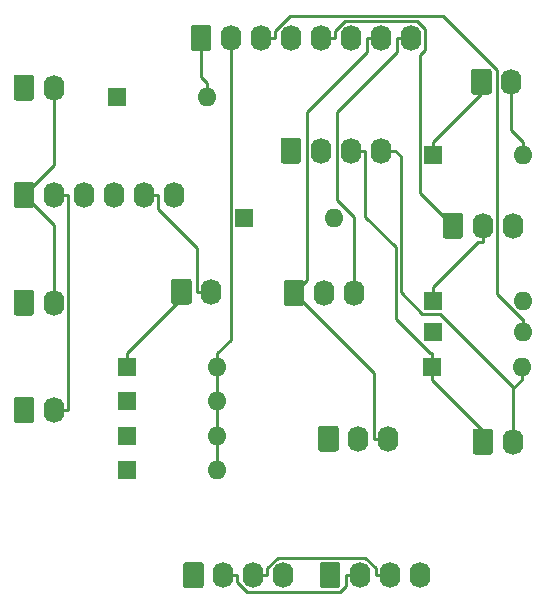
<source format=gbr>
G04 #@! TF.GenerationSoftware,KiCad,Pcbnew,(5.1.5-0-10_14)*
G04 #@! TF.CreationDate,2021-03-15T05:54:54+10:00*
G04 #@! TF.ProjectId,OH - Left Console - 32 - Selective Jettison,4f48202d-204c-4656-9674-20436f6e736f,rev?*
G04 #@! TF.SameCoordinates,Original*
G04 #@! TF.FileFunction,Copper,L1,Top*
G04 #@! TF.FilePolarity,Positive*
%FSLAX46Y46*%
G04 Gerber Fmt 4.6, Leading zero omitted, Abs format (unit mm)*
G04 Created by KiCad (PCBNEW (5.1.5-0-10_14)) date 2021-03-15 05:54:54*
%MOMM*%
%LPD*%
G04 APERTURE LIST*
%ADD10O,1.740000X2.200000*%
%ADD11C,0.100000*%
%ADD12O,1.600000X1.600000*%
%ADD13R,1.600000X1.600000*%
%ADD14C,0.250000*%
G04 APERTURE END LIST*
D10*
X84328000Y-84412700D03*
X81788000Y-84412700D03*
X79248000Y-84412700D03*
X76708000Y-84412700D03*
X74168000Y-84412700D03*
G04 #@! TA.AperFunction,ComponentPad*
D11*
G36*
X72272505Y-83313904D02*
G01*
X72296773Y-83317504D01*
X72320572Y-83323465D01*
X72343671Y-83331730D01*
X72365850Y-83342220D01*
X72386893Y-83354832D01*
X72406599Y-83369447D01*
X72424777Y-83385923D01*
X72441253Y-83404101D01*
X72455868Y-83423807D01*
X72468480Y-83444850D01*
X72478970Y-83467029D01*
X72487235Y-83490128D01*
X72493196Y-83513927D01*
X72496796Y-83538195D01*
X72498000Y-83562699D01*
X72498000Y-85262701D01*
X72496796Y-85287205D01*
X72493196Y-85311473D01*
X72487235Y-85335272D01*
X72478970Y-85358371D01*
X72468480Y-85380550D01*
X72455868Y-85401593D01*
X72441253Y-85421299D01*
X72424777Y-85439477D01*
X72406599Y-85455953D01*
X72386893Y-85470568D01*
X72365850Y-85483180D01*
X72343671Y-85493670D01*
X72320572Y-85501935D01*
X72296773Y-85507896D01*
X72272505Y-85511496D01*
X72248001Y-85512700D01*
X71007999Y-85512700D01*
X70983495Y-85511496D01*
X70959227Y-85507896D01*
X70935428Y-85501935D01*
X70912329Y-85493670D01*
X70890150Y-85483180D01*
X70869107Y-85470568D01*
X70849401Y-85455953D01*
X70831223Y-85439477D01*
X70814747Y-85421299D01*
X70800132Y-85401593D01*
X70787520Y-85380550D01*
X70777030Y-85358371D01*
X70768765Y-85335272D01*
X70762804Y-85311473D01*
X70759204Y-85287205D01*
X70758000Y-85262701D01*
X70758000Y-83562699D01*
X70759204Y-83538195D01*
X70762804Y-83513927D01*
X70768765Y-83490128D01*
X70777030Y-83467029D01*
X70787520Y-83444850D01*
X70800132Y-83423807D01*
X70814747Y-83404101D01*
X70831223Y-83385923D01*
X70849401Y-83369447D01*
X70869107Y-83354832D01*
X70890150Y-83342220D01*
X70912329Y-83331730D01*
X70935428Y-83323465D01*
X70959227Y-83317504D01*
X70983495Y-83313904D01*
X71007999Y-83312700D01*
X72248001Y-83312700D01*
X72272505Y-83313904D01*
G37*
G04 #@! TD.AperFunction*
D10*
X102489000Y-105029000D03*
X99949000Y-105029000D03*
G04 #@! TA.AperFunction,ComponentPad*
D11*
G36*
X98053505Y-103930204D02*
G01*
X98077773Y-103933804D01*
X98101572Y-103939765D01*
X98124671Y-103948030D01*
X98146850Y-103958520D01*
X98167893Y-103971132D01*
X98187599Y-103985747D01*
X98205777Y-104002223D01*
X98222253Y-104020401D01*
X98236868Y-104040107D01*
X98249480Y-104061150D01*
X98259970Y-104083329D01*
X98268235Y-104106428D01*
X98274196Y-104130227D01*
X98277796Y-104154495D01*
X98279000Y-104178999D01*
X98279000Y-105879001D01*
X98277796Y-105903505D01*
X98274196Y-105927773D01*
X98268235Y-105951572D01*
X98259970Y-105974671D01*
X98249480Y-105996850D01*
X98236868Y-106017893D01*
X98222253Y-106037599D01*
X98205777Y-106055777D01*
X98187599Y-106072253D01*
X98167893Y-106086868D01*
X98146850Y-106099480D01*
X98124671Y-106109970D01*
X98101572Y-106118235D01*
X98077773Y-106124196D01*
X98053505Y-106127796D01*
X98029001Y-106129000D01*
X96788999Y-106129000D01*
X96764495Y-106127796D01*
X96740227Y-106124196D01*
X96716428Y-106118235D01*
X96693329Y-106109970D01*
X96671150Y-106099480D01*
X96650107Y-106086868D01*
X96630401Y-106072253D01*
X96612223Y-106055777D01*
X96595747Y-106037599D01*
X96581132Y-106017893D01*
X96568520Y-105996850D01*
X96558030Y-105974671D01*
X96549765Y-105951572D01*
X96543804Y-105927773D01*
X96540204Y-105903505D01*
X96539000Y-105879001D01*
X96539000Y-104178999D01*
X96540204Y-104154495D01*
X96543804Y-104130227D01*
X96549765Y-104106428D01*
X96558030Y-104083329D01*
X96568520Y-104061150D01*
X96581132Y-104040107D01*
X96595747Y-104020401D01*
X96612223Y-104002223D01*
X96630401Y-103985747D01*
X96650107Y-103971132D01*
X96671150Y-103958520D01*
X96693329Y-103948030D01*
X96716428Y-103939765D01*
X96740227Y-103933804D01*
X96764495Y-103930204D01*
X96788999Y-103929000D01*
X98029001Y-103929000D01*
X98053505Y-103930204D01*
G37*
G04 #@! TD.AperFunction*
D10*
X74168000Y-102616000D03*
G04 #@! TA.AperFunction,ComponentPad*
D11*
G36*
X72272505Y-101517204D02*
G01*
X72296773Y-101520804D01*
X72320572Y-101526765D01*
X72343671Y-101535030D01*
X72365850Y-101545520D01*
X72386893Y-101558132D01*
X72406599Y-101572747D01*
X72424777Y-101589223D01*
X72441253Y-101607401D01*
X72455868Y-101627107D01*
X72468480Y-101648150D01*
X72478970Y-101670329D01*
X72487235Y-101693428D01*
X72493196Y-101717227D01*
X72496796Y-101741495D01*
X72498000Y-101765999D01*
X72498000Y-103466001D01*
X72496796Y-103490505D01*
X72493196Y-103514773D01*
X72487235Y-103538572D01*
X72478970Y-103561671D01*
X72468480Y-103583850D01*
X72455868Y-103604893D01*
X72441253Y-103624599D01*
X72424777Y-103642777D01*
X72406599Y-103659253D01*
X72386893Y-103673868D01*
X72365850Y-103686480D01*
X72343671Y-103696970D01*
X72320572Y-103705235D01*
X72296773Y-103711196D01*
X72272505Y-103714796D01*
X72248001Y-103716000D01*
X71007999Y-103716000D01*
X70983495Y-103714796D01*
X70959227Y-103711196D01*
X70935428Y-103705235D01*
X70912329Y-103696970D01*
X70890150Y-103686480D01*
X70869107Y-103673868D01*
X70849401Y-103659253D01*
X70831223Y-103642777D01*
X70814747Y-103624599D01*
X70800132Y-103604893D01*
X70787520Y-103583850D01*
X70777030Y-103561671D01*
X70768765Y-103538572D01*
X70762804Y-103514773D01*
X70759204Y-103490505D01*
X70758000Y-103466001D01*
X70758000Y-101765999D01*
X70759204Y-101741495D01*
X70762804Y-101717227D01*
X70768765Y-101693428D01*
X70777030Y-101670329D01*
X70787520Y-101648150D01*
X70800132Y-101627107D01*
X70814747Y-101607401D01*
X70831223Y-101589223D01*
X70849401Y-101572747D01*
X70869107Y-101558132D01*
X70890150Y-101545520D01*
X70912329Y-101535030D01*
X70935428Y-101526765D01*
X70959227Y-101520804D01*
X70983495Y-101517204D01*
X71007999Y-101516000D01*
X72248001Y-101516000D01*
X72272505Y-101517204D01*
G37*
G04 #@! TD.AperFunction*
D10*
X74168000Y-93514300D03*
G04 #@! TA.AperFunction,ComponentPad*
D11*
G36*
X72272505Y-92415504D02*
G01*
X72296773Y-92419104D01*
X72320572Y-92425065D01*
X72343671Y-92433330D01*
X72365850Y-92443820D01*
X72386893Y-92456432D01*
X72406599Y-92471047D01*
X72424777Y-92487523D01*
X72441253Y-92505701D01*
X72455868Y-92525407D01*
X72468480Y-92546450D01*
X72478970Y-92568629D01*
X72487235Y-92591728D01*
X72493196Y-92615527D01*
X72496796Y-92639795D01*
X72498000Y-92664299D01*
X72498000Y-94364301D01*
X72496796Y-94388805D01*
X72493196Y-94413073D01*
X72487235Y-94436872D01*
X72478970Y-94459971D01*
X72468480Y-94482150D01*
X72455868Y-94503193D01*
X72441253Y-94522899D01*
X72424777Y-94541077D01*
X72406599Y-94557553D01*
X72386893Y-94572168D01*
X72365850Y-94584780D01*
X72343671Y-94595270D01*
X72320572Y-94603535D01*
X72296773Y-94609496D01*
X72272505Y-94613096D01*
X72248001Y-94614300D01*
X71007999Y-94614300D01*
X70983495Y-94613096D01*
X70959227Y-94609496D01*
X70935428Y-94603535D01*
X70912329Y-94595270D01*
X70890150Y-94584780D01*
X70869107Y-94572168D01*
X70849401Y-94557553D01*
X70831223Y-94541077D01*
X70814747Y-94522899D01*
X70800132Y-94503193D01*
X70787520Y-94482150D01*
X70777030Y-94459971D01*
X70768765Y-94436872D01*
X70762804Y-94413073D01*
X70759204Y-94388805D01*
X70758000Y-94364301D01*
X70758000Y-92664299D01*
X70759204Y-92639795D01*
X70762804Y-92615527D01*
X70768765Y-92591728D01*
X70777030Y-92568629D01*
X70787520Y-92546450D01*
X70800132Y-92525407D01*
X70814747Y-92505701D01*
X70831223Y-92487523D01*
X70849401Y-92471047D01*
X70869107Y-92456432D01*
X70890150Y-92443820D01*
X70912329Y-92433330D01*
X70935428Y-92425065D01*
X70959227Y-92419104D01*
X70983495Y-92415504D01*
X71007999Y-92414300D01*
X72248001Y-92414300D01*
X72272505Y-92415504D01*
G37*
G04 #@! TD.AperFunction*
D10*
X87503000Y-92583000D03*
G04 #@! TA.AperFunction,ComponentPad*
D11*
G36*
X85607505Y-91484204D02*
G01*
X85631773Y-91487804D01*
X85655572Y-91493765D01*
X85678671Y-91502030D01*
X85700850Y-91512520D01*
X85721893Y-91525132D01*
X85741599Y-91539747D01*
X85759777Y-91556223D01*
X85776253Y-91574401D01*
X85790868Y-91594107D01*
X85803480Y-91615150D01*
X85813970Y-91637329D01*
X85822235Y-91660428D01*
X85828196Y-91684227D01*
X85831796Y-91708495D01*
X85833000Y-91732999D01*
X85833000Y-93433001D01*
X85831796Y-93457505D01*
X85828196Y-93481773D01*
X85822235Y-93505572D01*
X85813970Y-93528671D01*
X85803480Y-93550850D01*
X85790868Y-93571893D01*
X85776253Y-93591599D01*
X85759777Y-93609777D01*
X85741599Y-93626253D01*
X85721893Y-93640868D01*
X85700850Y-93653480D01*
X85678671Y-93663970D01*
X85655572Y-93672235D01*
X85631773Y-93678196D01*
X85607505Y-93681796D01*
X85583001Y-93683000D01*
X84342999Y-93683000D01*
X84318495Y-93681796D01*
X84294227Y-93678196D01*
X84270428Y-93672235D01*
X84247329Y-93663970D01*
X84225150Y-93653480D01*
X84204107Y-93640868D01*
X84184401Y-93626253D01*
X84166223Y-93609777D01*
X84149747Y-93591599D01*
X84135132Y-93571893D01*
X84122520Y-93550850D01*
X84112030Y-93528671D01*
X84103765Y-93505572D01*
X84097804Y-93481773D01*
X84094204Y-93457505D01*
X84093000Y-93433001D01*
X84093000Y-91732999D01*
X84094204Y-91708495D01*
X84097804Y-91684227D01*
X84103765Y-91660428D01*
X84112030Y-91637329D01*
X84122520Y-91615150D01*
X84135132Y-91594107D01*
X84149747Y-91574401D01*
X84166223Y-91556223D01*
X84184401Y-91539747D01*
X84204107Y-91525132D01*
X84225150Y-91512520D01*
X84247329Y-91502030D01*
X84270428Y-91493765D01*
X84294227Y-91487804D01*
X84318495Y-91484204D01*
X84342999Y-91483000D01*
X85583001Y-91483000D01*
X85607505Y-91484204D01*
G37*
G04 #@! TD.AperFunction*
D10*
X99568000Y-92710000D03*
X97028000Y-92710000D03*
G04 #@! TA.AperFunction,ComponentPad*
D11*
G36*
X95132505Y-91611204D02*
G01*
X95156773Y-91614804D01*
X95180572Y-91620765D01*
X95203671Y-91629030D01*
X95225850Y-91639520D01*
X95246893Y-91652132D01*
X95266599Y-91666747D01*
X95284777Y-91683223D01*
X95301253Y-91701401D01*
X95315868Y-91721107D01*
X95328480Y-91742150D01*
X95338970Y-91764329D01*
X95347235Y-91787428D01*
X95353196Y-91811227D01*
X95356796Y-91835495D01*
X95358000Y-91859999D01*
X95358000Y-93560001D01*
X95356796Y-93584505D01*
X95353196Y-93608773D01*
X95347235Y-93632572D01*
X95338970Y-93655671D01*
X95328480Y-93677850D01*
X95315868Y-93698893D01*
X95301253Y-93718599D01*
X95284777Y-93736777D01*
X95266599Y-93753253D01*
X95246893Y-93767868D01*
X95225850Y-93780480D01*
X95203671Y-93790970D01*
X95180572Y-93799235D01*
X95156773Y-93805196D01*
X95132505Y-93808796D01*
X95108001Y-93810000D01*
X93867999Y-93810000D01*
X93843495Y-93808796D01*
X93819227Y-93805196D01*
X93795428Y-93799235D01*
X93772329Y-93790970D01*
X93750150Y-93780480D01*
X93729107Y-93767868D01*
X93709401Y-93753253D01*
X93691223Y-93736777D01*
X93674747Y-93718599D01*
X93660132Y-93698893D01*
X93647520Y-93677850D01*
X93637030Y-93655671D01*
X93628765Y-93632572D01*
X93622804Y-93608773D01*
X93619204Y-93584505D01*
X93618000Y-93560001D01*
X93618000Y-91859999D01*
X93619204Y-91835495D01*
X93622804Y-91811227D01*
X93628765Y-91787428D01*
X93637030Y-91764329D01*
X93647520Y-91742150D01*
X93660132Y-91721107D01*
X93674747Y-91701401D01*
X93691223Y-91683223D01*
X93709401Y-91666747D01*
X93729107Y-91652132D01*
X93750150Y-91639520D01*
X93772329Y-91629030D01*
X93795428Y-91620765D01*
X93819227Y-91614804D01*
X93843495Y-91611204D01*
X93867999Y-91610000D01*
X95108001Y-91610000D01*
X95132505Y-91611204D01*
G37*
G04 #@! TD.AperFunction*
D10*
X113030000Y-86995000D03*
X110490000Y-86995000D03*
G04 #@! TA.AperFunction,ComponentPad*
D11*
G36*
X108594505Y-85896204D02*
G01*
X108618773Y-85899804D01*
X108642572Y-85905765D01*
X108665671Y-85914030D01*
X108687850Y-85924520D01*
X108708893Y-85937132D01*
X108728599Y-85951747D01*
X108746777Y-85968223D01*
X108763253Y-85986401D01*
X108777868Y-86006107D01*
X108790480Y-86027150D01*
X108800970Y-86049329D01*
X108809235Y-86072428D01*
X108815196Y-86096227D01*
X108818796Y-86120495D01*
X108820000Y-86144999D01*
X108820000Y-87845001D01*
X108818796Y-87869505D01*
X108815196Y-87893773D01*
X108809235Y-87917572D01*
X108800970Y-87940671D01*
X108790480Y-87962850D01*
X108777868Y-87983893D01*
X108763253Y-88003599D01*
X108746777Y-88021777D01*
X108728599Y-88038253D01*
X108708893Y-88052868D01*
X108687850Y-88065480D01*
X108665671Y-88075970D01*
X108642572Y-88084235D01*
X108618773Y-88090196D01*
X108594505Y-88093796D01*
X108570001Y-88095000D01*
X107329999Y-88095000D01*
X107305495Y-88093796D01*
X107281227Y-88090196D01*
X107257428Y-88084235D01*
X107234329Y-88075970D01*
X107212150Y-88065480D01*
X107191107Y-88052868D01*
X107171401Y-88038253D01*
X107153223Y-88021777D01*
X107136747Y-88003599D01*
X107122132Y-87983893D01*
X107109520Y-87962850D01*
X107099030Y-87940671D01*
X107090765Y-87917572D01*
X107084804Y-87893773D01*
X107081204Y-87869505D01*
X107080000Y-87845001D01*
X107080000Y-86144999D01*
X107081204Y-86120495D01*
X107084804Y-86096227D01*
X107090765Y-86072428D01*
X107099030Y-86049329D01*
X107109520Y-86027150D01*
X107122132Y-86006107D01*
X107136747Y-85986401D01*
X107153223Y-85968223D01*
X107171401Y-85951747D01*
X107191107Y-85937132D01*
X107212150Y-85924520D01*
X107234329Y-85914030D01*
X107257428Y-85905765D01*
X107281227Y-85899804D01*
X107305495Y-85896204D01*
X107329999Y-85895000D01*
X108570001Y-85895000D01*
X108594505Y-85896204D01*
G37*
G04 #@! TD.AperFunction*
D10*
X74168000Y-75311000D03*
G04 #@! TA.AperFunction,ComponentPad*
D11*
G36*
X72272505Y-74212204D02*
G01*
X72296773Y-74215804D01*
X72320572Y-74221765D01*
X72343671Y-74230030D01*
X72365850Y-74240520D01*
X72386893Y-74253132D01*
X72406599Y-74267747D01*
X72424777Y-74284223D01*
X72441253Y-74302401D01*
X72455868Y-74322107D01*
X72468480Y-74343150D01*
X72478970Y-74365329D01*
X72487235Y-74388428D01*
X72493196Y-74412227D01*
X72496796Y-74436495D01*
X72498000Y-74460999D01*
X72498000Y-76161001D01*
X72496796Y-76185505D01*
X72493196Y-76209773D01*
X72487235Y-76233572D01*
X72478970Y-76256671D01*
X72468480Y-76278850D01*
X72455868Y-76299893D01*
X72441253Y-76319599D01*
X72424777Y-76337777D01*
X72406599Y-76354253D01*
X72386893Y-76368868D01*
X72365850Y-76381480D01*
X72343671Y-76391970D01*
X72320572Y-76400235D01*
X72296773Y-76406196D01*
X72272505Y-76409796D01*
X72248001Y-76411000D01*
X71007999Y-76411000D01*
X70983495Y-76409796D01*
X70959227Y-76406196D01*
X70935428Y-76400235D01*
X70912329Y-76391970D01*
X70890150Y-76381480D01*
X70869107Y-76368868D01*
X70849401Y-76354253D01*
X70831223Y-76337777D01*
X70814747Y-76319599D01*
X70800132Y-76299893D01*
X70787520Y-76278850D01*
X70777030Y-76256671D01*
X70768765Y-76233572D01*
X70762804Y-76209773D01*
X70759204Y-76185505D01*
X70758000Y-76161001D01*
X70758000Y-74460999D01*
X70759204Y-74436495D01*
X70762804Y-74412227D01*
X70768765Y-74388428D01*
X70777030Y-74365329D01*
X70787520Y-74343150D01*
X70800132Y-74322107D01*
X70814747Y-74302401D01*
X70831223Y-74284223D01*
X70849401Y-74267747D01*
X70869107Y-74253132D01*
X70890150Y-74240520D01*
X70912329Y-74230030D01*
X70935428Y-74221765D01*
X70959227Y-74215804D01*
X70983495Y-74212204D01*
X71007999Y-74211000D01*
X72248001Y-74211000D01*
X72272505Y-74212204D01*
G37*
G04 #@! TD.AperFunction*
D10*
X113030000Y-105283000D03*
G04 #@! TA.AperFunction,ComponentPad*
D11*
G36*
X111134505Y-104184204D02*
G01*
X111158773Y-104187804D01*
X111182572Y-104193765D01*
X111205671Y-104202030D01*
X111227850Y-104212520D01*
X111248893Y-104225132D01*
X111268599Y-104239747D01*
X111286777Y-104256223D01*
X111303253Y-104274401D01*
X111317868Y-104294107D01*
X111330480Y-104315150D01*
X111340970Y-104337329D01*
X111349235Y-104360428D01*
X111355196Y-104384227D01*
X111358796Y-104408495D01*
X111360000Y-104432999D01*
X111360000Y-106133001D01*
X111358796Y-106157505D01*
X111355196Y-106181773D01*
X111349235Y-106205572D01*
X111340970Y-106228671D01*
X111330480Y-106250850D01*
X111317868Y-106271893D01*
X111303253Y-106291599D01*
X111286777Y-106309777D01*
X111268599Y-106326253D01*
X111248893Y-106340868D01*
X111227850Y-106353480D01*
X111205671Y-106363970D01*
X111182572Y-106372235D01*
X111158773Y-106378196D01*
X111134505Y-106381796D01*
X111110001Y-106383000D01*
X109869999Y-106383000D01*
X109845495Y-106381796D01*
X109821227Y-106378196D01*
X109797428Y-106372235D01*
X109774329Y-106363970D01*
X109752150Y-106353480D01*
X109731107Y-106340868D01*
X109711401Y-106326253D01*
X109693223Y-106309777D01*
X109676747Y-106291599D01*
X109662132Y-106271893D01*
X109649520Y-106250850D01*
X109639030Y-106228671D01*
X109630765Y-106205572D01*
X109624804Y-106181773D01*
X109621204Y-106157505D01*
X109620000Y-106133001D01*
X109620000Y-104432999D01*
X109621204Y-104408495D01*
X109624804Y-104384227D01*
X109630765Y-104360428D01*
X109639030Y-104337329D01*
X109649520Y-104315150D01*
X109662132Y-104294107D01*
X109676747Y-104274401D01*
X109693223Y-104256223D01*
X109711401Y-104239747D01*
X109731107Y-104225132D01*
X109752150Y-104212520D01*
X109774329Y-104202030D01*
X109797428Y-104193765D01*
X109821227Y-104187804D01*
X109845495Y-104184204D01*
X109869999Y-104183000D01*
X111110001Y-104183000D01*
X111134505Y-104184204D01*
G37*
G04 #@! TD.AperFunction*
D10*
X112903000Y-74803000D03*
G04 #@! TA.AperFunction,ComponentPad*
D11*
G36*
X111007505Y-73704204D02*
G01*
X111031773Y-73707804D01*
X111055572Y-73713765D01*
X111078671Y-73722030D01*
X111100850Y-73732520D01*
X111121893Y-73745132D01*
X111141599Y-73759747D01*
X111159777Y-73776223D01*
X111176253Y-73794401D01*
X111190868Y-73814107D01*
X111203480Y-73835150D01*
X111213970Y-73857329D01*
X111222235Y-73880428D01*
X111228196Y-73904227D01*
X111231796Y-73928495D01*
X111233000Y-73952999D01*
X111233000Y-75653001D01*
X111231796Y-75677505D01*
X111228196Y-75701773D01*
X111222235Y-75725572D01*
X111213970Y-75748671D01*
X111203480Y-75770850D01*
X111190868Y-75791893D01*
X111176253Y-75811599D01*
X111159777Y-75829777D01*
X111141599Y-75846253D01*
X111121893Y-75860868D01*
X111100850Y-75873480D01*
X111078671Y-75883970D01*
X111055572Y-75892235D01*
X111031773Y-75898196D01*
X111007505Y-75901796D01*
X110983001Y-75903000D01*
X109742999Y-75903000D01*
X109718495Y-75901796D01*
X109694227Y-75898196D01*
X109670428Y-75892235D01*
X109647329Y-75883970D01*
X109625150Y-75873480D01*
X109604107Y-75860868D01*
X109584401Y-75846253D01*
X109566223Y-75829777D01*
X109549747Y-75811599D01*
X109535132Y-75791893D01*
X109522520Y-75770850D01*
X109512030Y-75748671D01*
X109503765Y-75725572D01*
X109497804Y-75701773D01*
X109494204Y-75677505D01*
X109493000Y-75653001D01*
X109493000Y-73952999D01*
X109494204Y-73928495D01*
X109497804Y-73904227D01*
X109503765Y-73880428D01*
X109512030Y-73857329D01*
X109522520Y-73835150D01*
X109535132Y-73814107D01*
X109549747Y-73794401D01*
X109566223Y-73776223D01*
X109584401Y-73759747D01*
X109604107Y-73745132D01*
X109625150Y-73732520D01*
X109647329Y-73722030D01*
X109670428Y-73713765D01*
X109694227Y-73707804D01*
X109718495Y-73704204D01*
X109742999Y-73703000D01*
X110983001Y-73703000D01*
X111007505Y-73704204D01*
G37*
G04 #@! TD.AperFunction*
D10*
X104394000Y-71120000D03*
X101854000Y-71120000D03*
X99314000Y-71120000D03*
X96774000Y-71120000D03*
X94234000Y-71120000D03*
X91694000Y-71120000D03*
X89154000Y-71120000D03*
G04 #@! TA.AperFunction,ComponentPad*
D11*
G36*
X87258505Y-70021204D02*
G01*
X87282773Y-70024804D01*
X87306572Y-70030765D01*
X87329671Y-70039030D01*
X87351850Y-70049520D01*
X87372893Y-70062132D01*
X87392599Y-70076747D01*
X87410777Y-70093223D01*
X87427253Y-70111401D01*
X87441868Y-70131107D01*
X87454480Y-70152150D01*
X87464970Y-70174329D01*
X87473235Y-70197428D01*
X87479196Y-70221227D01*
X87482796Y-70245495D01*
X87484000Y-70269999D01*
X87484000Y-71970001D01*
X87482796Y-71994505D01*
X87479196Y-72018773D01*
X87473235Y-72042572D01*
X87464970Y-72065671D01*
X87454480Y-72087850D01*
X87441868Y-72108893D01*
X87427253Y-72128599D01*
X87410777Y-72146777D01*
X87392599Y-72163253D01*
X87372893Y-72177868D01*
X87351850Y-72190480D01*
X87329671Y-72200970D01*
X87306572Y-72209235D01*
X87282773Y-72215196D01*
X87258505Y-72218796D01*
X87234001Y-72220000D01*
X85993999Y-72220000D01*
X85969495Y-72218796D01*
X85945227Y-72215196D01*
X85921428Y-72209235D01*
X85898329Y-72200970D01*
X85876150Y-72190480D01*
X85855107Y-72177868D01*
X85835401Y-72163253D01*
X85817223Y-72146777D01*
X85800747Y-72128599D01*
X85786132Y-72108893D01*
X85773520Y-72087850D01*
X85763030Y-72065671D01*
X85754765Y-72042572D01*
X85748804Y-72018773D01*
X85745204Y-71994505D01*
X85744000Y-71970001D01*
X85744000Y-70269999D01*
X85745204Y-70245495D01*
X85748804Y-70221227D01*
X85754765Y-70197428D01*
X85763030Y-70174329D01*
X85773520Y-70152150D01*
X85786132Y-70131107D01*
X85800747Y-70111401D01*
X85817223Y-70093223D01*
X85835401Y-70076747D01*
X85855107Y-70062132D01*
X85876150Y-70049520D01*
X85898329Y-70039030D01*
X85921428Y-70030765D01*
X85945227Y-70024804D01*
X85969495Y-70021204D01*
X85993999Y-70020000D01*
X87234001Y-70020000D01*
X87258505Y-70021204D01*
G37*
G04 #@! TD.AperFunction*
D10*
X101854000Y-80645000D03*
X99314000Y-80645000D03*
X96774000Y-80645000D03*
G04 #@! TA.AperFunction,ComponentPad*
D11*
G36*
X94878505Y-79546204D02*
G01*
X94902773Y-79549804D01*
X94926572Y-79555765D01*
X94949671Y-79564030D01*
X94971850Y-79574520D01*
X94992893Y-79587132D01*
X95012599Y-79601747D01*
X95030777Y-79618223D01*
X95047253Y-79636401D01*
X95061868Y-79656107D01*
X95074480Y-79677150D01*
X95084970Y-79699329D01*
X95093235Y-79722428D01*
X95099196Y-79746227D01*
X95102796Y-79770495D01*
X95104000Y-79794999D01*
X95104000Y-81495001D01*
X95102796Y-81519505D01*
X95099196Y-81543773D01*
X95093235Y-81567572D01*
X95084970Y-81590671D01*
X95074480Y-81612850D01*
X95061868Y-81633893D01*
X95047253Y-81653599D01*
X95030777Y-81671777D01*
X95012599Y-81688253D01*
X94992893Y-81702868D01*
X94971850Y-81715480D01*
X94949671Y-81725970D01*
X94926572Y-81734235D01*
X94902773Y-81740196D01*
X94878505Y-81743796D01*
X94854001Y-81745000D01*
X93613999Y-81745000D01*
X93589495Y-81743796D01*
X93565227Y-81740196D01*
X93541428Y-81734235D01*
X93518329Y-81725970D01*
X93496150Y-81715480D01*
X93475107Y-81702868D01*
X93455401Y-81688253D01*
X93437223Y-81671777D01*
X93420747Y-81653599D01*
X93406132Y-81633893D01*
X93393520Y-81612850D01*
X93383030Y-81590671D01*
X93374765Y-81567572D01*
X93368804Y-81543773D01*
X93365204Y-81519505D01*
X93364000Y-81495001D01*
X93364000Y-79794999D01*
X93365204Y-79770495D01*
X93368804Y-79746227D01*
X93374765Y-79722428D01*
X93383030Y-79699329D01*
X93393520Y-79677150D01*
X93406132Y-79656107D01*
X93420747Y-79636401D01*
X93437223Y-79618223D01*
X93455401Y-79601747D01*
X93475107Y-79587132D01*
X93496150Y-79574520D01*
X93518329Y-79564030D01*
X93541428Y-79555765D01*
X93565227Y-79549804D01*
X93589495Y-79546204D01*
X93613999Y-79545000D01*
X94854001Y-79545000D01*
X94878505Y-79546204D01*
G37*
G04 #@! TD.AperFunction*
D10*
X93599000Y-116586000D03*
X91059000Y-116586000D03*
X88519000Y-116586000D03*
G04 #@! TA.AperFunction,ComponentPad*
D11*
G36*
X86623505Y-115487204D02*
G01*
X86647773Y-115490804D01*
X86671572Y-115496765D01*
X86694671Y-115505030D01*
X86716850Y-115515520D01*
X86737893Y-115528132D01*
X86757599Y-115542747D01*
X86775777Y-115559223D01*
X86792253Y-115577401D01*
X86806868Y-115597107D01*
X86819480Y-115618150D01*
X86829970Y-115640329D01*
X86838235Y-115663428D01*
X86844196Y-115687227D01*
X86847796Y-115711495D01*
X86849000Y-115735999D01*
X86849000Y-117436001D01*
X86847796Y-117460505D01*
X86844196Y-117484773D01*
X86838235Y-117508572D01*
X86829970Y-117531671D01*
X86819480Y-117553850D01*
X86806868Y-117574893D01*
X86792253Y-117594599D01*
X86775777Y-117612777D01*
X86757599Y-117629253D01*
X86737893Y-117643868D01*
X86716850Y-117656480D01*
X86694671Y-117666970D01*
X86671572Y-117675235D01*
X86647773Y-117681196D01*
X86623505Y-117684796D01*
X86599001Y-117686000D01*
X85358999Y-117686000D01*
X85334495Y-117684796D01*
X85310227Y-117681196D01*
X85286428Y-117675235D01*
X85263329Y-117666970D01*
X85241150Y-117656480D01*
X85220107Y-117643868D01*
X85200401Y-117629253D01*
X85182223Y-117612777D01*
X85165747Y-117594599D01*
X85151132Y-117574893D01*
X85138520Y-117553850D01*
X85128030Y-117531671D01*
X85119765Y-117508572D01*
X85113804Y-117484773D01*
X85110204Y-117460505D01*
X85109000Y-117436001D01*
X85109000Y-115735999D01*
X85110204Y-115711495D01*
X85113804Y-115687227D01*
X85119765Y-115663428D01*
X85128030Y-115640329D01*
X85138520Y-115618150D01*
X85151132Y-115597107D01*
X85165747Y-115577401D01*
X85182223Y-115559223D01*
X85200401Y-115542747D01*
X85220107Y-115528132D01*
X85241150Y-115515520D01*
X85263329Y-115505030D01*
X85286428Y-115496765D01*
X85310227Y-115490804D01*
X85334495Y-115487204D01*
X85358999Y-115486000D01*
X86599001Y-115486000D01*
X86623505Y-115487204D01*
G37*
G04 #@! TD.AperFunction*
D10*
X105156000Y-116586000D03*
X102616000Y-116586000D03*
X100076000Y-116586000D03*
G04 #@! TA.AperFunction,ComponentPad*
D11*
G36*
X98180505Y-115487204D02*
G01*
X98204773Y-115490804D01*
X98228572Y-115496765D01*
X98251671Y-115505030D01*
X98273850Y-115515520D01*
X98294893Y-115528132D01*
X98314599Y-115542747D01*
X98332777Y-115559223D01*
X98349253Y-115577401D01*
X98363868Y-115597107D01*
X98376480Y-115618150D01*
X98386970Y-115640329D01*
X98395235Y-115663428D01*
X98401196Y-115687227D01*
X98404796Y-115711495D01*
X98406000Y-115735999D01*
X98406000Y-117436001D01*
X98404796Y-117460505D01*
X98401196Y-117484773D01*
X98395235Y-117508572D01*
X98386970Y-117531671D01*
X98376480Y-117553850D01*
X98363868Y-117574893D01*
X98349253Y-117594599D01*
X98332777Y-117612777D01*
X98314599Y-117629253D01*
X98294893Y-117643868D01*
X98273850Y-117656480D01*
X98251671Y-117666970D01*
X98228572Y-117675235D01*
X98204773Y-117681196D01*
X98180505Y-117684796D01*
X98156001Y-117686000D01*
X96915999Y-117686000D01*
X96891495Y-117684796D01*
X96867227Y-117681196D01*
X96843428Y-117675235D01*
X96820329Y-117666970D01*
X96798150Y-117656480D01*
X96777107Y-117643868D01*
X96757401Y-117629253D01*
X96739223Y-117612777D01*
X96722747Y-117594599D01*
X96708132Y-117574893D01*
X96695520Y-117553850D01*
X96685030Y-117531671D01*
X96676765Y-117508572D01*
X96670804Y-117484773D01*
X96667204Y-117460505D01*
X96666000Y-117436001D01*
X96666000Y-115735999D01*
X96667204Y-115711495D01*
X96670804Y-115687227D01*
X96676765Y-115663428D01*
X96685030Y-115640329D01*
X96695520Y-115618150D01*
X96708132Y-115597107D01*
X96722747Y-115577401D01*
X96739223Y-115559223D01*
X96757401Y-115542747D01*
X96777107Y-115528132D01*
X96798150Y-115515520D01*
X96820329Y-115505030D01*
X96843428Y-115496765D01*
X96867227Y-115490804D01*
X96891495Y-115487204D01*
X96915999Y-115486000D01*
X98156001Y-115486000D01*
X98180505Y-115487204D01*
G37*
G04 #@! TD.AperFunction*
D12*
X113792000Y-98933000D03*
D13*
X106172000Y-98933000D03*
D12*
X113919000Y-81026000D03*
D13*
X106299000Y-81026000D03*
D12*
X113919000Y-96012000D03*
D13*
X106299000Y-96012000D03*
D12*
X88011000Y-98933000D03*
D13*
X80391000Y-98933000D03*
D12*
X88011000Y-104775000D03*
D13*
X80391000Y-104775000D03*
D12*
X88011000Y-107696000D03*
D13*
X80391000Y-107696000D03*
D12*
X88011000Y-101854000D03*
D13*
X80391000Y-101854000D03*
D12*
X97917000Y-86360000D03*
D13*
X90297000Y-86360000D03*
D12*
X113919000Y-93345000D03*
D13*
X106299000Y-93345000D03*
D12*
X87122000Y-76073000D03*
D13*
X79502000Y-76073000D03*
D14*
X87122000Y-76073000D02*
X87122000Y-74947700D01*
X87122000Y-74947700D02*
X86614000Y-74439700D01*
X86614000Y-74439700D02*
X86614000Y-71120000D01*
X110490000Y-86995000D02*
X110490000Y-88420300D01*
X106299000Y-93345000D02*
X106299000Y-92219700D01*
X106299000Y-92219700D02*
X110098400Y-88420300D01*
X110098400Y-88420300D02*
X110490000Y-88420300D01*
X88011000Y-97807700D02*
X89154000Y-96664700D01*
X89154000Y-96664700D02*
X89154000Y-71120000D01*
X88011000Y-98933000D02*
X88011000Y-97807700D01*
X88011000Y-101854000D02*
X88011000Y-98933000D01*
X88011000Y-104775000D02*
X88011000Y-101854000D01*
X88011000Y-107696000D02*
X88011000Y-104775000D01*
X80391000Y-98933000D02*
X80391000Y-97807700D01*
X80391000Y-97807700D02*
X84963000Y-93235700D01*
X84963000Y-93235700D02*
X84963000Y-92583000D01*
X113919000Y-94886700D02*
X113778300Y-94886700D01*
X113778300Y-94886700D02*
X111707700Y-92816100D01*
X111707700Y-92816100D02*
X111707700Y-73863500D01*
X111707700Y-73863500D02*
X107088400Y-69244200D01*
X107088400Y-69244200D02*
X94167400Y-69244200D01*
X94167400Y-69244200D02*
X92889300Y-70522300D01*
X92889300Y-70522300D02*
X92889300Y-71120000D01*
X91694000Y-71120000D02*
X92889300Y-71120000D01*
X113919000Y-96012000D02*
X113919000Y-94886700D01*
X113919000Y-81026000D02*
X113919000Y-79900700D01*
X113919000Y-79900700D02*
X112903000Y-78884700D01*
X112903000Y-78884700D02*
X112903000Y-74803000D01*
X106299000Y-81026000D02*
X106299000Y-79900700D01*
X106299000Y-79900700D02*
X110363000Y-75836700D01*
X110363000Y-75836700D02*
X110363000Y-74803000D01*
X113030000Y-105283000D02*
X113030000Y-103857700D01*
X101854000Y-80645000D02*
X103049300Y-80645000D01*
X113051400Y-100686300D02*
X113051400Y-103836300D01*
X113051400Y-103836300D02*
X113030000Y-103857700D01*
X103049300Y-80645000D02*
X103547200Y-81142900D01*
X103547200Y-81142900D02*
X103547200Y-92660100D01*
X103547200Y-92660100D02*
X105357500Y-94470400D01*
X105357500Y-94470400D02*
X106835500Y-94470400D01*
X106835500Y-94470400D02*
X113051400Y-100686300D01*
X113792000Y-100058300D02*
X113164000Y-100686300D01*
X113164000Y-100686300D02*
X113051400Y-100686300D01*
X113792000Y-98933000D02*
X113792000Y-100058300D01*
X100509300Y-80645000D02*
X100509300Y-86245600D01*
X100509300Y-86245600D02*
X103096800Y-88833100D01*
X103096800Y-88833100D02*
X103096800Y-94873300D01*
X103096800Y-94873300D02*
X106031200Y-97807700D01*
X106031200Y-97807700D02*
X106172000Y-97807700D01*
X106172000Y-98933000D02*
X106172000Y-97807700D01*
X99314000Y-80645000D02*
X100509300Y-80645000D01*
X106172000Y-98933000D02*
X106172000Y-100058300D01*
X106172000Y-100058300D02*
X110490000Y-104376300D01*
X110490000Y-104376300D02*
X110490000Y-105283000D01*
X91059000Y-116586000D02*
X92254300Y-116586000D01*
X102616000Y-116586000D02*
X101420700Y-116586000D01*
X101420700Y-116586000D02*
X101420700Y-115988400D01*
X101420700Y-115988400D02*
X100538600Y-115106300D01*
X100538600Y-115106300D02*
X93136300Y-115106300D01*
X93136300Y-115106300D02*
X92254300Y-115988300D01*
X92254300Y-115988300D02*
X92254300Y-116586000D01*
X88519000Y-116586000D02*
X89714300Y-116586000D01*
X100076000Y-116586000D02*
X98880700Y-116586000D01*
X98880700Y-116586000D02*
X98880700Y-117557200D01*
X98880700Y-117557200D02*
X98411600Y-118026300D01*
X98411600Y-118026300D02*
X90556900Y-118026300D01*
X90556900Y-118026300D02*
X89714300Y-117183700D01*
X89714300Y-117183700D02*
X89714300Y-116586000D01*
X104394000Y-71120000D02*
X103198700Y-71120000D01*
X99568000Y-92710000D02*
X99568000Y-86288900D01*
X99568000Y-86288900D02*
X98118700Y-84839600D01*
X98118700Y-84839600D02*
X98118700Y-77395300D01*
X98118700Y-77395300D02*
X103198700Y-72315300D01*
X103198700Y-72315300D02*
X103198700Y-71120000D01*
X81788000Y-84412700D02*
X82983300Y-84412700D01*
X87503000Y-92583000D02*
X86307700Y-92583000D01*
X86307700Y-92583000D02*
X86307700Y-88932400D01*
X86307700Y-88932400D02*
X82983300Y-85608000D01*
X82983300Y-85608000D02*
X82983300Y-84412700D01*
X94488000Y-92710000D02*
X101293700Y-99515700D01*
X101293700Y-99515700D02*
X101293700Y-105029000D01*
X102489000Y-105029000D02*
X101293700Y-105029000D01*
X100658700Y-71120000D02*
X100658700Y-72315300D01*
X100658700Y-72315300D02*
X95562000Y-77412000D01*
X95562000Y-77412000D02*
X95562000Y-91636000D01*
X95562000Y-91636000D02*
X94488000Y-92710000D01*
X101854000Y-71120000D02*
X100658700Y-71120000D01*
X74168000Y-102616000D02*
X75363300Y-102616000D01*
X74168000Y-84412700D02*
X75363300Y-84412700D01*
X75363300Y-84412700D02*
X75363300Y-102616000D01*
X96774000Y-71120000D02*
X97969300Y-71120000D01*
X97969300Y-71120000D02*
X97969300Y-70522400D01*
X97969300Y-70522400D02*
X98797100Y-69694600D01*
X98797100Y-69694600D02*
X104895900Y-69694600D01*
X104895900Y-69694600D02*
X105595500Y-70394200D01*
X105595500Y-70394200D02*
X105595500Y-72123500D01*
X105595500Y-72123500D02*
X105173600Y-72545400D01*
X105173600Y-72545400D02*
X105173600Y-84218600D01*
X105173600Y-84218600D02*
X107950000Y-86995000D01*
X74168000Y-75311000D02*
X74168000Y-81872700D01*
X74168000Y-81872700D02*
X71628000Y-84412700D01*
X74168000Y-93514300D02*
X74168000Y-86952700D01*
X74168000Y-86952700D02*
X71628000Y-84412700D01*
M02*

</source>
